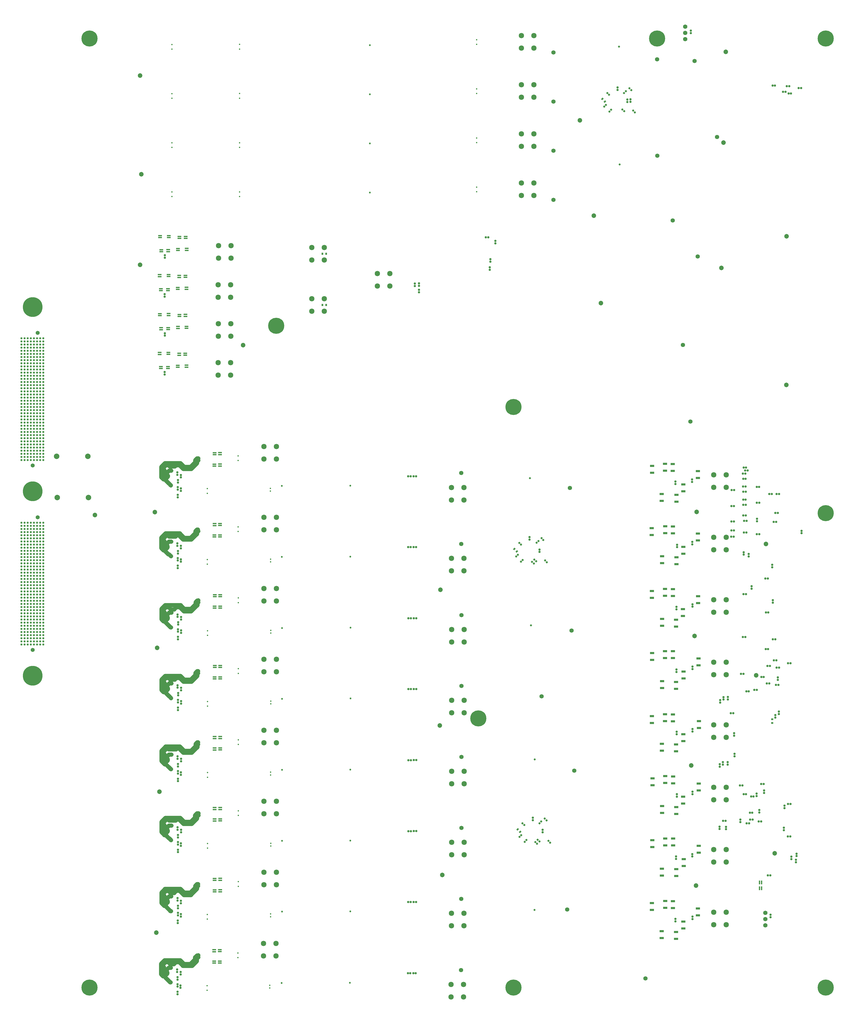
<source format=gbs>
G04*
G04 #@! TF.GenerationSoftware,Altium Limited,Altium Designer,22.9.1 (49)*
G04*
G04 Layer_Color=16711935*
%FSLAX24Y24*%
%MOIN*%
G70*
G04*
G04 #@! TF.SameCoordinates,1003F32D-41C8-4A49-8BB1-F60438683A21*
G04*
G04*
G04 #@! TF.FilePolarity,Negative*
G04*
G01*
G75*
%ADD118R,0.0630X0.0197*%
%ADD150C,0.0660*%
%ADD175R,0.0650X0.0370*%
G04:AMPARAMS|DCode=177|XSize=32.5mil|YSize=32.5mil|CornerRadius=10.1mil|HoleSize=0mil|Usage=FLASHONLY|Rotation=180.000|XOffset=0mil|YOffset=0mil|HoleType=Round|Shape=RoundedRectangle|*
%AMROUNDEDRECTD177*
21,1,0.0325,0.0123,0,0,180.0*
21,1,0.0123,0.0325,0,0,180.0*
1,1,0.0203,-0.0061,0.0061*
1,1,0.0203,0.0061,0.0061*
1,1,0.0203,0.0061,-0.0061*
1,1,0.0203,-0.0061,-0.0061*
%
%ADD177ROUNDEDRECTD177*%
G04:AMPARAMS|DCode=203|XSize=32.5mil|YSize=32.5mil|CornerRadius=10.1mil|HoleSize=0mil|Usage=FLASHONLY|Rotation=270.000|XOffset=0mil|YOffset=0mil|HoleType=Round|Shape=RoundedRectangle|*
%AMROUNDEDRECTD203*
21,1,0.0325,0.0123,0,0,270.0*
21,1,0.0123,0.0325,0,0,270.0*
1,1,0.0203,-0.0061,-0.0061*
1,1,0.0203,-0.0061,0.0061*
1,1,0.0203,0.0061,0.0061*
1,1,0.0203,0.0061,-0.0061*
%
%ADD203ROUNDEDRECTD203*%
%ADD204R,0.0370X0.0260*%
%ADD205R,0.0260X0.0370*%
G04:AMPARAMS|DCode=207|XSize=32.5mil|YSize=32.5mil|CornerRadius=10.1mil|HoleSize=0mil|Usage=FLASHONLY|Rotation=45.000|XOffset=0mil|YOffset=0mil|HoleType=Round|Shape=RoundedRectangle|*
%AMROUNDEDRECTD207*
21,1,0.0325,0.0123,0,0,45.0*
21,1,0.0123,0.0325,0,0,45.0*
1,1,0.0203,0.0087,0.0000*
1,1,0.0203,0.0000,-0.0087*
1,1,0.0203,-0.0087,0.0000*
1,1,0.0203,0.0000,0.0087*
%
%ADD207ROUNDEDRECTD207*%
G04:AMPARAMS|DCode=208|XSize=32.5mil|YSize=32.5mil|CornerRadius=10.1mil|HoleSize=0mil|Usage=FLASHONLY|Rotation=135.000|XOffset=0mil|YOffset=0mil|HoleType=Round|Shape=RoundedRectangle|*
%AMROUNDEDRECTD208*
21,1,0.0325,0.0123,0,0,135.0*
21,1,0.0123,0.0325,0,0,135.0*
1,1,0.0203,0.0000,0.0087*
1,1,0.0203,0.0087,0.0000*
1,1,0.0203,0.0000,-0.0087*
1,1,0.0203,-0.0087,0.0000*
%
%ADD208ROUNDEDRECTD208*%
%ADD232C,0.0730*%
%ADD233C,0.0850*%
%ADD236C,0.0680*%
%ADD238C,0.0700*%
%ADD239C,0.0651*%
%ADD240C,0.3150*%
%ADD241C,0.0880*%
%ADD242C,0.2580*%
%ADD243C,0.0300*%
%ADD244C,0.0330*%
%ADD264C,0.0220*%
%ADD280R,0.0197X0.0630*%
%ADD283C,0.0332*%
G04:AMPARAMS|DCode=284|XSize=26mil|YSize=37mil|CornerRadius=0mil|HoleSize=0mil|Usage=FLASHONLY|Rotation=135.000|XOffset=0mil|YOffset=0mil|HoleType=Round|Shape=Rectangle|*
%AMROTATEDRECTD284*
4,1,4,0.0223,0.0039,-0.0039,-0.0223,-0.0223,-0.0039,0.0039,0.0223,0.0223,0.0039,0.0*
%
%ADD284ROTATEDRECTD284*%

%ADD285C,0.0650*%
D118*
X24970Y10118D02*
D03*
Y9803D02*
D03*
X24970Y7976D02*
D03*
Y8291D02*
D03*
X24070Y7966D02*
D03*
Y8281D02*
D03*
X24090Y10108D02*
D03*
Y9793D02*
D03*
X15349Y105745D02*
D03*
Y105430D02*
D03*
X15547Y103178D02*
D03*
Y103493D02*
D03*
X19451Y105623D02*
D03*
Y105308D02*
D03*
X19633Y103392D02*
D03*
Y103707D02*
D03*
X16751Y105759D02*
D03*
Y105444D02*
D03*
X16673Y103181D02*
D03*
Y103496D02*
D03*
X25029Y21532D02*
D03*
Y21217D02*
D03*
X25029Y19389D02*
D03*
Y19704D02*
D03*
X24129Y19379D02*
D03*
Y19694D02*
D03*
X24149Y21522D02*
D03*
Y21207D02*
D03*
X25039Y32877D02*
D03*
Y32562D02*
D03*
X25039Y30734D02*
D03*
Y31049D02*
D03*
X24139Y30724D02*
D03*
Y31039D02*
D03*
X24159Y32867D02*
D03*
Y32552D02*
D03*
X25039Y44242D02*
D03*
Y43927D02*
D03*
X25039Y42099D02*
D03*
Y42414D02*
D03*
X24139Y42089D02*
D03*
Y42404D02*
D03*
X24159Y44232D02*
D03*
Y43917D02*
D03*
X25049Y55625D02*
D03*
Y55310D02*
D03*
X25049Y53482D02*
D03*
Y53797D02*
D03*
X24149Y53472D02*
D03*
Y53787D02*
D03*
X24169Y55615D02*
D03*
Y55300D02*
D03*
X25049Y66957D02*
D03*
Y66642D02*
D03*
X25049Y64814D02*
D03*
Y65129D02*
D03*
X24149Y64804D02*
D03*
Y65119D02*
D03*
X24169Y66947D02*
D03*
Y66632D02*
D03*
X25019Y78352D02*
D03*
Y78037D02*
D03*
X25019Y76209D02*
D03*
Y76524D02*
D03*
X24119Y76199D02*
D03*
Y76514D02*
D03*
X24139Y78342D02*
D03*
Y78027D02*
D03*
X25019Y89702D02*
D03*
Y89387D02*
D03*
X25019Y87559D02*
D03*
Y87874D02*
D03*
X24119Y87549D02*
D03*
Y87864D02*
D03*
X24139Y89692D02*
D03*
Y89377D02*
D03*
X15377Y111648D02*
D03*
Y111963D02*
D03*
X15576Y109711D02*
D03*
Y109396D02*
D03*
X18269Y109911D02*
D03*
Y109596D02*
D03*
X18508Y111516D02*
D03*
Y111831D02*
D03*
X19479Y111841D02*
D03*
Y111526D02*
D03*
X19661Y109610D02*
D03*
Y109925D02*
D03*
X16779Y111663D02*
D03*
Y111978D02*
D03*
X16701Y109714D02*
D03*
Y109399D02*
D03*
X15360Y117891D02*
D03*
Y118205D02*
D03*
X15558Y115954D02*
D03*
Y115639D02*
D03*
X18251Y115839D02*
D03*
Y116154D02*
D03*
X18491Y118074D02*
D03*
Y117759D02*
D03*
X19462Y118084D02*
D03*
Y117769D02*
D03*
X19644Y115852D02*
D03*
Y116167D02*
D03*
X16762Y118220D02*
D03*
Y117905D02*
D03*
X16684Y115642D02*
D03*
Y115956D02*
D03*
X15397Y124449D02*
D03*
Y124134D02*
D03*
X15596Y121882D02*
D03*
Y122197D02*
D03*
X18289Y122082D02*
D03*
Y122397D02*
D03*
X18528Y124317D02*
D03*
Y124002D02*
D03*
X19499Y124327D02*
D03*
Y124012D02*
D03*
X19681Y122096D02*
D03*
Y122411D02*
D03*
X16799Y124148D02*
D03*
Y124463D02*
D03*
X16721Y122200D02*
D03*
Y121885D02*
D03*
X18240Y103378D02*
D03*
Y103693D02*
D03*
X18480Y105613D02*
D03*
Y105298D02*
D03*
D150*
X17086Y16298D02*
X17162D01*
X17166Y16294D01*
X16400Y16984D02*
X17086Y16298D01*
X17172Y39008D02*
X17176Y39004D01*
X16994Y39167D02*
X17153Y39008D01*
X17172D01*
X16051Y6881D02*
Y7299D01*
X15890Y7460D02*
X16051Y7299D01*
X15890Y6720D02*
X16051Y6881D01*
X16154Y5840D02*
X16248Y5746D01*
Y5689D02*
Y5746D01*
Y5689D02*
X17053Y4885D01*
X15911Y5840D02*
X16154D01*
X18537Y19533D02*
X19232Y18838D01*
X17671Y19186D02*
X18018Y19533D01*
X18537D01*
X18681Y19842D02*
X19275Y19248D01*
X15629Y19254D02*
X16217Y19842D01*
X18681D01*
X17920Y30770D02*
X18110Y30960D01*
X16887Y30770D02*
X17920D01*
X16702Y30955D02*
X16887Y30770D01*
X16448Y30955D02*
X16702D01*
X15959Y30466D02*
X16448Y30955D01*
X15959Y30218D02*
Y30466D01*
X15639Y28940D02*
Y30598D01*
X18110Y30960D02*
X18465D01*
X16268Y31228D02*
X18650D01*
X15639Y30598D02*
X16268Y31228D01*
X18465Y30960D02*
X19171Y30255D01*
X18650Y31228D02*
X19303Y30575D01*
X16653Y42369D02*
X16828Y42194D01*
X17979D02*
X18163Y42378D01*
X16828Y42194D02*
X17979D01*
X16497Y42369D02*
X16653D01*
X15959Y41831D02*
X16497Y42369D01*
X18163Y42378D02*
X18412D01*
X15639Y41964D02*
X16327Y42652D01*
X15959Y41584D02*
Y41831D01*
X15639Y40305D02*
Y41964D01*
X16327Y42652D02*
X18591D01*
X18412Y42378D02*
X19153Y41638D01*
X18591Y42652D02*
X19286Y41958D01*
X19153Y41638D02*
X20490D01*
X19286Y41958D02*
X20357D01*
X16474Y51598D02*
X16694Y51818D01*
X16191Y51598D02*
X16474D01*
X16694Y51818D02*
Y51950D01*
X16529Y52116D02*
X16694Y51950D01*
X15649Y51688D02*
X15994Y51342D01*
X16529Y52388D02*
X16877Y52737D01*
X16196Y51338D02*
X16867Y50667D01*
X15969Y51821D02*
X16191Y51598D01*
X16529Y52116D02*
Y52388D01*
X16877Y52737D02*
X17239D01*
X16083Y51338D02*
X16196D01*
X16079Y51342D02*
X16083Y51338D01*
X15994Y51342D02*
X16079D01*
X15649Y53347D02*
X16257Y53955D01*
X18681D02*
X19306Y53330D01*
X16257Y53955D02*
X18681D01*
X16241Y65271D02*
X18697D01*
X15649Y64678D02*
X16241Y65271D01*
X18697D02*
X19306Y64662D01*
X16873Y76239D02*
X17894D01*
X18157Y76502D01*
X16700Y76412D02*
X16873Y76239D01*
X18378Y76502D02*
X19101Y75780D01*
X18157Y76502D02*
X18378D01*
X19290Y76043D02*
X20319D01*
X18563Y76770D02*
X19290Y76043D01*
X16409Y76412D02*
X16700D01*
X15619Y76074D02*
X16315Y76770D01*
X18563D01*
X19101Y75780D02*
X20427D01*
X15939Y75941D02*
X16409Y76412D01*
X16854Y73394D02*
X16892D01*
X16109Y74053D02*
X16755Y73407D01*
X16841D01*
X16854Y73394D01*
X15980Y74053D02*
X16109D01*
X18577Y64938D02*
X19249Y64267D01*
X20381D02*
X21402Y65288D01*
X19249Y64267D02*
X20381D01*
X17678Y64598D02*
X18019Y64938D01*
X17149Y64598D02*
X17678D01*
X16809Y64938D02*
X17149Y64598D01*
X16149Y62678D02*
X17104Y61723D01*
X15990Y62678D02*
X16149D01*
X16809Y53607D02*
X17050Y53365D01*
X17777D02*
X18019Y53607D01*
X17050Y53365D02*
X17777D01*
X16162Y39781D02*
X16360D01*
X16831Y39310D01*
X15639Y40305D02*
X16162Y39781D01*
X19171Y30255D02*
X20466D01*
X21339Y31127D01*
X20334Y30575D02*
X21019Y31260D01*
X19303Y30575D02*
X20334D01*
X16125Y28454D02*
X16385D01*
X16479Y28297D02*
Y28360D01*
X16385Y28454D02*
X16479Y28360D01*
X15639Y28940D02*
X16125Y28454D01*
X15949Y17727D02*
X16159Y17517D01*
X16453D01*
X16629Y17693D01*
X20332Y18838D02*
X21360Y19866D01*
X19232Y18838D02*
X20332D01*
X17116Y19186D02*
X17671D01*
X16789Y19514D02*
X17116Y19186D01*
X16110Y17114D02*
X16306D01*
X15629Y17595D02*
X16110Y17114D01*
X16400Y16984D02*
Y17020D01*
X16306Y17114D02*
X16400Y17020D01*
X20290Y19248D02*
X21040Y19999D01*
X19275Y19248D02*
X20290D01*
X19083Y7516D02*
X20545D01*
X21323Y8294D01*
Y8759D01*
X16730Y8100D02*
X17057Y7773D01*
X17613D01*
X17940Y8100D01*
X21541Y77110D02*
X21545Y77114D01*
X21338Y77006D02*
X21442Y77110D01*
X21541D01*
X21338Y76691D02*
Y77006D01*
X20427Y75780D02*
X21338Y76691D01*
X16829Y75464D02*
X17209D01*
X15939Y75694D02*
X16139Y75494D01*
X15939Y75694D02*
Y75941D01*
X16499Y74832D02*
Y75133D01*
Y74832D02*
X16627Y74704D01*
X16499Y75133D02*
X16829Y75464D01*
X16627Y74521D02*
Y74704D01*
X16459Y74353D02*
X16627Y74521D01*
X16139Y75154D02*
Y75494D01*
X15939Y74547D02*
Y74954D01*
X16139Y75154D01*
X16133Y74353D02*
X16459D01*
X15939Y74547D02*
X16133Y74353D01*
X21337Y77376D02*
X21482D01*
X21076Y77115D02*
X21337Y77376D01*
X21076Y76800D02*
Y77115D01*
X20319Y76043D02*
X21076Y76800D01*
X15619Y74415D02*
Y76074D01*
Y74415D02*
X15980Y74053D01*
X16892Y73394D02*
X17177Y73109D01*
X21535Y65719D02*
X21545Y65729D01*
X21402Y65622D02*
X21499Y65719D01*
X21535D01*
X21402Y65288D02*
Y65622D01*
X18019Y64938D02*
X18577D01*
X16876Y64068D02*
X17239D01*
X16361Y64938D02*
X16809D01*
X15969Y64546D02*
X16361Y64938D01*
X15969Y64298D02*
X16169Y64098D01*
X15969Y64298D02*
Y64546D01*
X16529Y63437D02*
Y63721D01*
Y63437D02*
X16648Y63318D01*
X16529Y63721D02*
X16876Y64068D01*
X16648Y63117D02*
Y63318D01*
X16494Y62963D02*
X16648Y63117D01*
X16169Y63758D02*
Y64098D01*
X15969Y63152D02*
Y63558D01*
X16169Y63758D01*
X16158Y62963D02*
X16494D01*
X15969Y63152D02*
X16158Y62963D01*
X21539Y66049D02*
X21545D01*
X21516Y66025D02*
X21539Y66049D01*
X21387Y66025D02*
X21516D01*
X21106Y65411D02*
Y65745D01*
X21387Y66025D01*
X20362Y64667D02*
X21106Y65411D01*
X19356Y64667D02*
X20362D01*
X19352Y64662D02*
X19356Y64667D01*
X19306Y64662D02*
X19352D01*
X15649Y63020D02*
Y64678D01*
Y63020D02*
X15990Y62678D01*
X17182Y61723D02*
X17186Y61719D01*
X17104Y61723D02*
X17182D01*
X21365Y54707D02*
X21509D01*
X21068Y54410D02*
X21365Y54707D01*
X21068Y54089D02*
Y54410D01*
X20319Y53340D02*
X21068Y54089D01*
X20071Y53340D02*
X20319D01*
X20066Y53335D02*
X20071Y53340D01*
X19827Y53335D02*
X20066D01*
X19824Y53332D02*
X19827Y53335D01*
X19359Y53332D02*
X19824D01*
X19357Y53330D02*
X19359Y53332D01*
X19306Y53330D02*
X19357D01*
X15649Y51688D02*
Y53347D01*
X16867Y50667D02*
X16907D01*
X17186Y50388D01*
X21499Y54377D02*
X21509Y54387D01*
X21388Y54277D02*
X21488Y54377D01*
X21499D01*
X21388Y53956D02*
Y54277D01*
X19964Y53020D02*
X20452D01*
X21388Y53956D01*
X19957Y53012D02*
X19964Y53020D01*
X18019Y53607D02*
X18577D01*
X19171Y53012D01*
X19957D01*
X16361Y53607D02*
X16809D01*
X15969Y53214D02*
X16361Y53607D01*
X15969Y52967D02*
X16169Y52767D01*
X15969Y52967D02*
Y53214D01*
X16169Y52427D02*
Y52767D01*
X15969Y51821D02*
Y52227D01*
X16169Y52427D01*
X21377Y43324D02*
X21509D01*
X21096Y42696D02*
Y43043D01*
X21377Y43324D01*
X20357Y41958D02*
X21096Y42696D01*
X16994Y39167D02*
Y39181D01*
X16892Y39284D02*
X16994Y39181D01*
X21509Y42998D02*
Y43004D01*
X21416Y42905D02*
X21509Y42998D01*
X21416Y42563D02*
Y42905D01*
X20490Y41638D02*
X21416Y42563D01*
X16856Y41354D02*
X17229D01*
X16159Y41044D02*
Y41384D01*
X15959Y41584D02*
X16159Y41384D01*
X16519Y40722D02*
Y41016D01*
Y40722D02*
X16640Y40600D01*
X16519Y41016D02*
X16856Y41354D01*
X16640Y40404D02*
Y40600D01*
X16504Y40268D02*
X16640Y40404D01*
X15959Y40437D02*
Y40844D01*
X16159Y41044D01*
X16128Y40268D02*
X16504D01*
X15959Y40437D02*
X16128Y40268D01*
X21341Y31946D02*
X21565D01*
X21019Y31624D02*
X21341Y31946D01*
X21019Y31260D02*
Y31624D01*
X16897Y27918D02*
X17176Y27639D01*
X16479Y28297D02*
X16831Y27945D01*
X21561Y31623D02*
X21565Y31626D01*
X21339Y31492D02*
X21470Y31623D01*
X21561D01*
X21339Y31127D02*
Y31492D01*
X16843Y29988D02*
X17229D01*
X16159Y29678D02*
Y30018D01*
X15959Y30218D02*
X16159Y30018D01*
X16519Y29357D02*
X16653Y29223D01*
X16519Y29664D02*
X16843Y29988D01*
X16653Y29052D02*
Y29223D01*
X16508Y28907D02*
X16653Y29052D01*
X16519Y29357D02*
Y29664D01*
X15959Y29072D02*
Y29478D01*
X16159Y29678D01*
X16124Y28907D02*
X16508D01*
X15959Y29072D02*
X16124Y28907D01*
X21356Y20630D02*
X21517D01*
X21040Y19999D02*
Y20314D01*
X21356Y20630D01*
X15629Y17595D02*
Y19254D01*
X21507Y20300D02*
X21517Y20310D01*
X21360Y20181D02*
X21479Y20300D01*
X21507D01*
X21360Y19866D02*
Y20181D01*
X16867Y18644D02*
X17219D01*
X16341Y19514D02*
X16789D01*
X15949Y18874D02*
Y19121D01*
X16341Y19514D01*
X16149Y18334D02*
Y18674D01*
X15949Y18874D02*
X16149Y18674D01*
X16509Y18012D02*
X16629Y17891D01*
X16509Y18285D02*
X16867Y18644D01*
X16629Y17693D02*
Y17891D01*
X16509Y18012D02*
Y18285D01*
X15949Y17727D02*
Y18134D01*
X16149Y18334D01*
X21525Y9197D02*
X21549Y9222D01*
X21343Y9197D02*
X21525D01*
X21027Y8881D02*
X21343Y9197D01*
X21027Y8566D02*
Y8881D01*
X20273Y7812D02*
X21027Y8566D01*
X19239Y7812D02*
X20273D01*
X18631Y8420D02*
X19239Y7812D01*
X16150Y8420D02*
X18631D01*
X15570Y6181D02*
Y7840D01*
X16150Y8420D01*
X15570Y6181D02*
X15911Y5840D01*
X17104Y4885D02*
X17107Y4881D01*
X17053Y4885D02*
X17104D01*
X21551Y8898D02*
X21555Y8902D01*
X21323Y8759D02*
X21462Y8898D01*
X21551D01*
X18499Y8100D02*
X19083Y7516D01*
X17940Y8100D02*
X18499D01*
X16798Y7230D02*
X17160D01*
X16283Y8100D02*
X16730D01*
X15890Y7707D02*
X16283Y8100D01*
X15890Y7460D02*
Y7707D01*
X16450Y6599D02*
X16572Y6476D01*
Y6281D02*
Y6476D01*
X16450Y6882D02*
X16798Y7230D01*
X16451Y6160D02*
X16572Y6281D01*
X16044Y6160D02*
X16451D01*
X16450Y6599D02*
Y6882D01*
X15890Y6314D02*
X16044Y6160D01*
X15890Y6314D02*
Y6720D01*
D175*
X101556Y85653D02*
D03*
Y86753D02*
D03*
X98056Y12958D02*
D03*
Y11858D02*
D03*
X98046Y52993D02*
D03*
Y51893D02*
D03*
X97546Y17888D02*
D03*
Y16788D02*
D03*
X96296Y17908D02*
D03*
Y16808D02*
D03*
X97536Y57923D02*
D03*
Y56823D02*
D03*
X95759Y11988D02*
D03*
Y13088D02*
D03*
X95803Y52013D02*
D03*
Y53113D02*
D03*
X101546Y16728D02*
D03*
Y15628D02*
D03*
X101656Y56763D02*
D03*
Y55663D02*
D03*
X99196Y14608D02*
D03*
Y13508D02*
D03*
X99256Y54643D02*
D03*
Y53543D02*
D03*
X94176Y16498D02*
D03*
Y17598D02*
D03*
X94206Y56503D02*
D03*
Y57603D02*
D03*
X98086Y23013D02*
D03*
Y21913D02*
D03*
X98040Y62963D02*
D03*
Y61863D02*
D03*
X97590Y27923D02*
D03*
Y26823D02*
D03*
X96296Y27903D02*
D03*
Y26803D02*
D03*
X97560Y67853D02*
D03*
Y66753D02*
D03*
X96290Y67883D02*
D03*
Y66783D02*
D03*
X95763Y21973D02*
D03*
Y23073D02*
D03*
X95807Y61983D02*
D03*
Y63083D02*
D03*
X101686Y26743D02*
D03*
Y25643D02*
D03*
X101570Y66703D02*
D03*
Y65603D02*
D03*
X94256Y26543D02*
D03*
Y27643D02*
D03*
X94170Y66463D02*
D03*
Y67563D02*
D03*
X98096Y72963D02*
D03*
Y71863D02*
D03*
X97573Y37864D02*
D03*
Y36764D02*
D03*
X96313Y37904D02*
D03*
Y36804D02*
D03*
X97546Y77893D02*
D03*
Y76793D02*
D03*
X96316Y77913D02*
D03*
Y76813D02*
D03*
X95800Y32024D02*
D03*
Y33124D02*
D03*
X95823Y72023D02*
D03*
Y73123D02*
D03*
X101693Y36724D02*
D03*
Y35624D02*
D03*
X101546Y76733D02*
D03*
Y75633D02*
D03*
X99183Y34624D02*
D03*
Y33524D02*
D03*
X99216Y74613D02*
D03*
Y73513D02*
D03*
X94263Y36454D02*
D03*
Y37554D02*
D03*
X94156Y76503D02*
D03*
Y77603D02*
D03*
X98096Y81863D02*
D03*
Y82963D02*
D03*
X97546Y46670D02*
D03*
Y47770D02*
D03*
X96276Y46730D02*
D03*
Y47830D02*
D03*
X97526Y86793D02*
D03*
Y87893D02*
D03*
X96276Y86813D02*
D03*
Y87913D02*
D03*
X95763Y43090D02*
D03*
Y41990D02*
D03*
X95743Y83083D02*
D03*
Y81983D02*
D03*
X99226Y43500D02*
D03*
Y44600D02*
D03*
X99216Y83513D02*
D03*
Y84613D02*
D03*
X94186Y47530D02*
D03*
Y46430D02*
D03*
X94206Y87583D02*
D03*
Y86483D02*
D03*
X98046Y41890D02*
D03*
Y42990D02*
D03*
X96266Y57923D02*
D03*
Y56823D02*
D03*
X99286Y24623D02*
D03*
Y23523D02*
D03*
X99160Y64633D02*
D03*
Y63533D02*
D03*
X98093Y32954D02*
D03*
Y31854D02*
D03*
X101716Y45620D02*
D03*
Y46720D02*
D03*
D177*
X18140Y6560D02*
D03*
Y6954D02*
D03*
X18222Y5330D02*
D03*
Y5724D02*
D03*
X18203Y4593D02*
D03*
Y4199D02*
D03*
X18202Y3370D02*
D03*
Y2977D02*
D03*
X98127Y54597D02*
D03*
Y54990D02*
D03*
X100666Y15405D02*
D03*
Y15011D02*
D03*
X100676Y55440D02*
D03*
Y55046D02*
D03*
X107405Y41476D02*
D03*
Y41083D02*
D03*
X115323Y29657D02*
D03*
Y29263D02*
D03*
X98047Y24647D02*
D03*
Y25040D02*
D03*
X98107Y64624D02*
D03*
Y65017D02*
D03*
X107330Y44771D02*
D03*
Y44377D02*
D03*
X115420Y32783D02*
D03*
Y33177D02*
D03*
X100656Y25036D02*
D03*
Y25430D02*
D03*
X100680Y65430D02*
D03*
Y65036D02*
D03*
X114527Y47849D02*
D03*
Y48242D02*
D03*
X113954Y47682D02*
D03*
Y47288D02*
D03*
X98186Y34620D02*
D03*
Y35014D02*
D03*
X98220Y74571D02*
D03*
Y74965D02*
D03*
X100693Y35007D02*
D03*
Y35401D02*
D03*
X100646Y75016D02*
D03*
Y75410D02*
D03*
X105000Y29830D02*
D03*
Y29436D02*
D03*
X106030Y29797D02*
D03*
Y29403D02*
D03*
X97937Y85070D02*
D03*
Y84677D02*
D03*
X105043Y39407D02*
D03*
Y39800D02*
D03*
X106310Y40159D02*
D03*
Y39765D02*
D03*
X105555Y40159D02*
D03*
Y39765D02*
D03*
X100606Y85016D02*
D03*
Y85410D02*
D03*
X106349Y50193D02*
D03*
Y50586D02*
D03*
X105630Y50168D02*
D03*
Y50562D02*
D03*
X105111Y49694D02*
D03*
Y50087D02*
D03*
X88675Y148187D02*
D03*
Y147793D02*
D03*
X90250Y146239D02*
D03*
Y145846D02*
D03*
X68305Y120667D02*
D03*
Y120273D02*
D03*
X68220Y119374D02*
D03*
Y118981D02*
D03*
X109692Y73477D02*
D03*
Y73083D02*
D03*
X108880Y73763D02*
D03*
Y73369D02*
D03*
X18199Y18368D02*
D03*
Y17974D02*
D03*
X18281Y17138D02*
D03*
Y16744D02*
D03*
X18262Y16006D02*
D03*
Y15613D02*
D03*
X18261Y14784D02*
D03*
Y14390D02*
D03*
X18209Y29713D02*
D03*
Y29319D02*
D03*
X18291Y28483D02*
D03*
Y28089D02*
D03*
X18272Y27351D02*
D03*
Y26958D02*
D03*
X18271Y26129D02*
D03*
Y25735D02*
D03*
X18209Y41078D02*
D03*
Y40684D02*
D03*
X18291Y39848D02*
D03*
Y39454D02*
D03*
X18272Y38716D02*
D03*
Y38323D02*
D03*
X18271Y37494D02*
D03*
Y37100D02*
D03*
X18219Y52461D02*
D03*
Y52067D02*
D03*
X18301Y51231D02*
D03*
Y50837D02*
D03*
X18281Y48877D02*
D03*
Y48483D02*
D03*
X18219Y63399D02*
D03*
Y63793D02*
D03*
X18301Y62169D02*
D03*
Y62563D02*
D03*
X18282Y61431D02*
D03*
Y61037D02*
D03*
X18281Y60209D02*
D03*
Y59815D02*
D03*
X18189Y75188D02*
D03*
Y74794D02*
D03*
X18271Y73564D02*
D03*
Y73958D02*
D03*
X18252Y72826D02*
D03*
Y72433D02*
D03*
X18251Y71604D02*
D03*
Y71210D02*
D03*
X18189Y86144D02*
D03*
Y86538D02*
D03*
X18271Y84914D02*
D03*
Y85308D02*
D03*
X18252Y84176D02*
D03*
Y83783D02*
D03*
X18251Y82954D02*
D03*
Y82560D02*
D03*
X18702Y6151D02*
D03*
Y6545D02*
D03*
X18689Y4001D02*
D03*
Y4395D02*
D03*
X16134Y102218D02*
D03*
Y102612D02*
D03*
X111380Y32487D02*
D03*
Y32093D02*
D03*
X108342Y30550D02*
D03*
Y30943D02*
D03*
X112140Y35213D02*
D03*
Y35607D02*
D03*
X110941Y34719D02*
D03*
Y35113D02*
D03*
X113162Y15310D02*
D03*
Y15703D02*
D03*
X100412Y157283D02*
D03*
Y156890D02*
D03*
X18761Y17565D02*
D03*
Y17959D02*
D03*
X18747Y15415D02*
D03*
Y15808D02*
D03*
X18771Y28910D02*
D03*
Y29304D02*
D03*
X18757Y26760D02*
D03*
Y27153D02*
D03*
X18771Y40669D02*
D03*
Y40275D02*
D03*
X18757Y38125D02*
D03*
Y38518D02*
D03*
X18781Y51658D02*
D03*
Y52052D02*
D03*
X18767Y49508D02*
D03*
Y49902D02*
D03*
X18781Y62990D02*
D03*
Y63383D02*
D03*
X18767Y61233D02*
D03*
Y60840D02*
D03*
X18751Y74779D02*
D03*
Y74385D02*
D03*
X18737Y72628D02*
D03*
Y72235D02*
D03*
X18751Y86129D02*
D03*
Y85735D02*
D03*
X18737Y83585D02*
D03*
Y83978D02*
D03*
X16162Y108437D02*
D03*
Y108830D02*
D03*
X98150Y44607D02*
D03*
Y45000D02*
D03*
X90738Y145874D02*
D03*
Y146267D02*
D03*
X97957Y14655D02*
D03*
Y15048D02*
D03*
X100666Y45053D02*
D03*
Y45447D02*
D03*
X69103Y123211D02*
D03*
Y123604D02*
D03*
X18282Y50100D02*
D03*
Y49706D02*
D03*
X16145Y115073D02*
D03*
Y114679D02*
D03*
X16182Y120922D02*
D03*
Y121316D02*
D03*
X110150Y68307D02*
D03*
Y67913D02*
D03*
X113530Y65696D02*
D03*
Y66089D02*
D03*
X113441Y71356D02*
D03*
Y71749D02*
D03*
X75110Y30861D02*
D03*
Y31254D02*
D03*
X56200Y116383D02*
D03*
Y116777D02*
D03*
X76681Y28918D02*
D03*
Y29312D02*
D03*
X74562Y76180D02*
D03*
Y75786D02*
D03*
X76165Y74197D02*
D03*
Y73803D02*
D03*
X118150Y76803D02*
D03*
Y77197D02*
D03*
X117330Y25497D02*
D03*
Y25103D02*
D03*
X56872Y116805D02*
D03*
Y116411D02*
D03*
Y115781D02*
D03*
Y115387D02*
D03*
X117258Y24525D02*
D03*
Y24131D02*
D03*
X116528Y25001D02*
D03*
Y24607D02*
D03*
X114342Y53719D02*
D03*
Y53325D02*
D03*
X111025Y79110D02*
D03*
Y78716D02*
D03*
D203*
X109729Y30353D02*
D03*
X109336D02*
D03*
X115937Y28260D02*
D03*
X116331D02*
D03*
X115973Y33456D02*
D03*
X116367D02*
D03*
X107197Y47990D02*
D03*
X106803D02*
D03*
X110064Y34650D02*
D03*
X110458D02*
D03*
X105987Y30746D02*
D03*
X105593D02*
D03*
X67584Y124175D02*
D03*
X67978D02*
D03*
X112984Y52754D02*
D03*
X112590D02*
D03*
X110583Y51720D02*
D03*
X110977D02*
D03*
X113070Y55534D02*
D03*
X112677D02*
D03*
X112397Y58264D02*
D03*
X112790D02*
D03*
X112750Y22008D02*
D03*
X113144D02*
D03*
X108856Y67046D02*
D03*
X109249D02*
D03*
X108760Y60175D02*
D03*
X109154D02*
D03*
X112343Y69550D02*
D03*
X112737D02*
D03*
X113681Y78627D02*
D03*
X114074D02*
D03*
X110993Y76665D02*
D03*
X111387D02*
D03*
X108821Y79645D02*
D03*
X109214D02*
D03*
X108797Y82182D02*
D03*
X109190D02*
D03*
X114136Y83072D02*
D03*
X114530D02*
D03*
X112974Y83095D02*
D03*
X113368D02*
D03*
X109170Y84280D02*
D03*
X108777D02*
D03*
X108747Y86336D02*
D03*
X109140D02*
D03*
X115566Y147470D02*
D03*
X115172D02*
D03*
X55160Y17753D02*
D03*
X55553D02*
D03*
X55170Y29098D02*
D03*
X55563D02*
D03*
X55170Y40463D02*
D03*
X55563D02*
D03*
X55573Y51847D02*
D03*
X55180D02*
D03*
Y63178D02*
D03*
X55573D02*
D03*
X55543Y74573D02*
D03*
X55150D02*
D03*
X55543Y85923D02*
D03*
X55150D02*
D03*
X56360Y6342D02*
D03*
X55966D02*
D03*
X111678Y30638D02*
D03*
X111285D02*
D03*
X110310Y30943D02*
D03*
X109917D02*
D03*
X110261Y32046D02*
D03*
X109868D02*
D03*
X112066Y36664D02*
D03*
X111672D02*
D03*
X109257Y35016D02*
D03*
X108864D02*
D03*
X108273Y36400D02*
D03*
X108667D02*
D03*
X114447Y52500D02*
D03*
X114053D02*
D03*
X114544Y55276D02*
D03*
X114151D02*
D03*
X109310Y76922D02*
D03*
X108917D02*
D03*
X109337Y78792D02*
D03*
X108944D02*
D03*
X108817Y81352D02*
D03*
X109210D02*
D03*
X108827Y83452D02*
D03*
X109220D02*
D03*
X109190Y85526D02*
D03*
X108797D02*
D03*
X116457Y147210D02*
D03*
X116063D02*
D03*
X116170Y148392D02*
D03*
X115777D02*
D03*
X56419Y17756D02*
D03*
X56025D02*
D03*
X56429Y29101D02*
D03*
X56035D02*
D03*
X56429Y40466D02*
D03*
X56035D02*
D03*
X56045Y51849D02*
D03*
X56439D02*
D03*
Y63181D02*
D03*
X56045D02*
D03*
X56015Y74576D02*
D03*
X56409D02*
D03*
Y85926D02*
D03*
X56015D02*
D03*
X55495Y6340D02*
D03*
X55101D02*
D03*
X109690Y51490D02*
D03*
X109297D02*
D03*
X108832Y54290D02*
D03*
X108438D02*
D03*
X112433Y64110D02*
D03*
X112827D02*
D03*
X113946Y80052D02*
D03*
X114340D02*
D03*
X113543Y59800D02*
D03*
X113937D02*
D03*
X113893Y148489D02*
D03*
X113500D02*
D03*
X117682Y148067D02*
D03*
X118076D02*
D03*
X112093Y53778D02*
D03*
X111699D02*
D03*
X113713Y56460D02*
D03*
X114107D02*
D03*
X115981Y55998D02*
D03*
X116374D02*
D03*
X107297Y77239D02*
D03*
X106904D02*
D03*
X107283Y76236D02*
D03*
X106889D02*
D03*
X107317Y78689D02*
D03*
X106923D02*
D03*
X107317Y81156D02*
D03*
X106923D02*
D03*
X110993Y81677D02*
D03*
X111387D02*
D03*
X110964Y84202D02*
D03*
X111358D02*
D03*
X107348Y83722D02*
D03*
X106954D02*
D03*
X108867Y87310D02*
D03*
X109260D02*
D03*
X109510Y86837D02*
D03*
X109117D02*
D03*
D204*
X113443Y46420D02*
D03*
Y47010D02*
D03*
D205*
X42001Y121550D02*
D03*
X41411D02*
D03*
X42001Y113350D02*
D03*
X41411D02*
D03*
D207*
X89735Y144376D02*
D03*
X89457Y144654D02*
D03*
X87308Y147002D02*
D03*
X87030Y147280D02*
D03*
X91452Y144189D02*
D03*
X91174Y144467D02*
D03*
X90587Y148036D02*
D03*
X90865Y147758D02*
D03*
X77609Y27532D02*
D03*
X77888Y27254D02*
D03*
X77300Y30830D02*
D03*
X77022Y31108D02*
D03*
X77072Y72439D02*
D03*
X77350Y72160D02*
D03*
X76777Y75728D02*
D03*
X76498Y76006D02*
D03*
X76164Y27437D02*
D03*
X75886Y27715D02*
D03*
X75506Y27360D02*
D03*
X75784Y27082D02*
D03*
X73740Y30067D02*
D03*
X73461Y30345D02*
D03*
X75353Y72578D02*
D03*
X75632Y72299D02*
D03*
X75268Y71952D02*
D03*
X74989Y72230D02*
D03*
X73212Y74966D02*
D03*
X72933Y75244D02*
D03*
D208*
X86823Y145387D02*
D03*
X86544Y145109D02*
D03*
X87649Y144606D02*
D03*
X87370Y144328D02*
D03*
X89728Y147291D02*
D03*
X90007Y147569D02*
D03*
X73255Y28452D02*
D03*
X72976Y28174D02*
D03*
X76444Y30636D02*
D03*
X76165Y30358D02*
D03*
X73810Y27393D02*
D03*
X74089Y27672D02*
D03*
X72437Y73077D02*
D03*
X72715Y73356D02*
D03*
X75718Y75272D02*
D03*
X75996Y75550D02*
D03*
X73481Y72516D02*
D03*
X73203Y72237D02*
D03*
D232*
X115738Y124354D02*
D03*
X105300Y119271D02*
D03*
X105656Y139359D02*
D03*
X106012Y153875D02*
D03*
X60308Y67737D02*
D03*
X14943Y58448D02*
D03*
X15303Y35408D02*
D03*
X60619Y22068D02*
D03*
X4963Y79708D02*
D03*
X101338Y80227D02*
D03*
X86012Y113662D02*
D03*
X14563Y80188D02*
D03*
X12213Y119788D02*
D03*
X28713Y106928D02*
D03*
X14813Y12838D02*
D03*
X60202Y46000D02*
D03*
X12213Y150098D02*
D03*
X82650Y142924D02*
D03*
X12423Y134278D02*
D03*
X84889Y127641D02*
D03*
X115728Y100564D02*
D03*
X112458Y75074D02*
D03*
X110888Y54040D02*
D03*
X113858Y25534D02*
D03*
X101028Y60334D02*
D03*
X100468Y39604D02*
D03*
X101238Y20374D02*
D03*
D233*
X39706Y120550D02*
D03*
X41706Y122550D02*
D03*
Y120550D02*
D03*
X39706Y122550D02*
D03*
X31981Y11113D02*
D03*
X33981Y9113D02*
D03*
Y11113D02*
D03*
X31981Y9113D02*
D03*
X62028Y2544D02*
D03*
X64028Y4544D02*
D03*
X62028D02*
D03*
X64028Y2544D02*
D03*
X75276Y130867D02*
D03*
X73276Y132867D02*
D03*
X75276D02*
D03*
X73276Y130867D02*
D03*
X75276Y138737D02*
D03*
X73276Y140737D02*
D03*
X75276D02*
D03*
X73276Y138737D02*
D03*
X75272Y146610D02*
D03*
X73272Y148610D02*
D03*
X75272D02*
D03*
X73272Y146610D02*
D03*
X75272Y154485D02*
D03*
X73272Y156485D02*
D03*
X75272D02*
D03*
X73272Y154485D02*
D03*
X26717Y102128D02*
D03*
X24717Y104128D02*
D03*
Y102128D02*
D03*
X26717Y104128D02*
D03*
X106090Y14128D02*
D03*
X104090Y16128D02*
D03*
X106090D02*
D03*
X104090Y14128D02*
D03*
Y54163D02*
D03*
X106090Y56163D02*
D03*
X104090D02*
D03*
X106090Y54163D02*
D03*
X104090Y24143D02*
D03*
X106090Y26143D02*
D03*
X104090D02*
D03*
X106090Y24143D02*
D03*
X104090Y64133D02*
D03*
X106090Y66133D02*
D03*
X104090D02*
D03*
X106090Y64133D02*
D03*
X104090Y34124D02*
D03*
X106090Y36124D02*
D03*
X104090D02*
D03*
X106090Y34124D02*
D03*
X104090Y74133D02*
D03*
X106090Y76133D02*
D03*
X104090D02*
D03*
X106090Y74133D02*
D03*
Y44120D02*
D03*
X104090Y46120D02*
D03*
X106090D02*
D03*
X104090Y44120D02*
D03*
Y84133D02*
D03*
X106090Y86133D02*
D03*
X104090D02*
D03*
X106090Y84133D02*
D03*
X50200Y118377D02*
D03*
X52200Y116377D02*
D03*
Y118377D02*
D03*
X50200Y116377D02*
D03*
X32039Y20527D02*
D03*
X34039Y22527D02*
D03*
Y20527D02*
D03*
X32039Y22527D02*
D03*
X64086Y13957D02*
D03*
X62086Y15957D02*
D03*
X64086D02*
D03*
X62086Y13957D02*
D03*
X32049Y33872D02*
D03*
X34049Y31872D02*
D03*
Y33872D02*
D03*
X32049Y31872D02*
D03*
X64096Y25302D02*
D03*
X62096Y27302D02*
D03*
X64096D02*
D03*
X62096Y25302D02*
D03*
X32049Y45237D02*
D03*
X34049Y43237D02*
D03*
Y45237D02*
D03*
X32049Y43237D02*
D03*
X62096Y36667D02*
D03*
X64096Y38667D02*
D03*
X62096D02*
D03*
X64096Y36667D02*
D03*
X32059Y54620D02*
D03*
X34059Y56620D02*
D03*
Y54620D02*
D03*
X32059Y56620D02*
D03*
X64106Y48051D02*
D03*
X62106Y50051D02*
D03*
X64106D02*
D03*
X62106Y48051D02*
D03*
X32059Y67951D02*
D03*
X34059Y65951D02*
D03*
Y67951D02*
D03*
X32059Y65951D02*
D03*
X62106Y59382D02*
D03*
X64106Y61382D02*
D03*
X62106D02*
D03*
X64106Y59382D02*
D03*
X32029Y77347D02*
D03*
X34029Y79347D02*
D03*
Y77347D02*
D03*
X32029Y79347D02*
D03*
X64076Y70777D02*
D03*
X62076Y72777D02*
D03*
X64076D02*
D03*
X62076Y70777D02*
D03*
X32029Y90697D02*
D03*
X34029Y88697D02*
D03*
Y90697D02*
D03*
X32029Y88697D02*
D03*
X62076Y82127D02*
D03*
X64076Y84127D02*
D03*
X62076D02*
D03*
X64076Y82127D02*
D03*
X26745Y110346D02*
D03*
X24745Y108346D02*
D03*
Y110346D02*
D03*
X26745Y108346D02*
D03*
X26728Y116589D02*
D03*
X24728Y114589D02*
D03*
Y116589D02*
D03*
X26728Y114589D02*
D03*
X26765Y122832D02*
D03*
X24765Y120832D02*
D03*
Y122832D02*
D03*
X26765Y120832D02*
D03*
X39706Y112350D02*
D03*
X41706Y114350D02*
D03*
Y112350D02*
D03*
X39706Y114350D02*
D03*
D236*
X95004Y152695D02*
D03*
X63597Y6848D02*
D03*
X78414Y130172D02*
D03*
Y138042D02*
D03*
X78410Y145914D02*
D03*
X78410Y153789D02*
D03*
X80619Y16543D02*
D03*
X76500Y50687D02*
D03*
X93129Y5515D02*
D03*
X101506Y121103D02*
D03*
X100355Y94674D02*
D03*
X97516Y126875D02*
D03*
X104596Y140259D02*
D03*
X99140Y106962D02*
D03*
X101012Y152415D02*
D03*
X63656Y18262D02*
D03*
X63666Y29607D02*
D03*
Y40972D02*
D03*
X63676Y52355D02*
D03*
Y63687D02*
D03*
X63646Y75082D02*
D03*
Y86432D02*
D03*
X81754Y38774D02*
D03*
X81304Y61217D02*
D03*
X81054Y84044D02*
D03*
X95037Y137260D02*
D03*
D238*
X112342Y14016D02*
D03*
Y15016D02*
D03*
Y16016D02*
D03*
X99512Y155918D02*
D03*
Y156918D02*
D03*
Y157918D02*
D03*
D239*
X-4201Y79340D02*
D03*
X-5000Y58120D02*
D03*
X-4201Y108868D02*
D03*
X-5000Y87648D02*
D03*
D240*
Y113025D02*
D03*
Y53968D02*
D03*
Y83500D02*
D03*
D241*
X-1148Y89106D02*
D03*
X3852D02*
D03*
X-1042Y82528D02*
D03*
X3958D02*
D03*
D242*
X66395Y47140D02*
D03*
X72000Y97000D02*
D03*
X122000Y80000D02*
D03*
Y156000D02*
D03*
X4096Y4050D02*
D03*
X72000D02*
D03*
X34000Y110000D02*
D03*
X95000Y156000D02*
D03*
X4100D02*
D03*
X122000Y4050D02*
D03*
D243*
X45869Y84413D02*
D03*
X34871Y4788D02*
D03*
X45820Y4829D02*
D03*
X49028Y131343D02*
D03*
Y139213D02*
D03*
X49024Y147085D02*
D03*
X49024Y154960D02*
D03*
X34930Y16202D02*
D03*
X45879Y16243D02*
D03*
X34940Y27547D02*
D03*
X45889Y27588D02*
D03*
X34940Y38912D02*
D03*
X45889Y38953D02*
D03*
X34950Y50295D02*
D03*
X45899Y50336D02*
D03*
X34950Y61627D02*
D03*
X45899Y61668D02*
D03*
X34920Y73022D02*
D03*
X45869Y73063D02*
D03*
X34920Y84372D02*
D03*
D244*
X88920Y154729D02*
D03*
X89006Y135857D02*
D03*
X74814Y62060D02*
D03*
X74649Y85604D02*
D03*
X75410Y40590D02*
D03*
X75394Y16471D02*
D03*
D264*
X22980Y83935D02*
D03*
Y83191D02*
D03*
X33093Y83998D02*
D03*
Y83558D02*
D03*
X27874Y8851D02*
D03*
Y9595D02*
D03*
X22931Y4351D02*
D03*
Y3607D02*
D03*
X66112Y132212D02*
D03*
Y131467D02*
D03*
X28152Y130712D02*
D03*
Y131456D02*
D03*
X17302Y131446D02*
D03*
Y130701D02*
D03*
X66112Y139337D02*
D03*
Y140082D02*
D03*
X28152Y139326D02*
D03*
Y138582D02*
D03*
X17302Y138571D02*
D03*
Y139316D02*
D03*
X66108Y147954D02*
D03*
Y147210D02*
D03*
X28148Y146455D02*
D03*
Y147199D02*
D03*
X17298Y147188D02*
D03*
Y146444D02*
D03*
X66108Y155085D02*
D03*
Y155829D02*
D03*
X28148Y155074D02*
D03*
Y154329D02*
D03*
X17298Y154319D02*
D03*
Y155063D02*
D03*
X27933Y20264D02*
D03*
Y21008D02*
D03*
X22990Y15765D02*
D03*
Y15021D02*
D03*
X27943Y31609D02*
D03*
Y32353D02*
D03*
X23000Y27110D02*
D03*
Y26366D02*
D03*
X27943Y42974D02*
D03*
Y43718D02*
D03*
X23000Y38475D02*
D03*
Y37731D02*
D03*
X27953Y54357D02*
D03*
Y55101D02*
D03*
X23010Y49858D02*
D03*
Y49114D02*
D03*
X27953Y65689D02*
D03*
Y66433D02*
D03*
X23010Y61190D02*
D03*
Y60446D02*
D03*
X27923Y77084D02*
D03*
Y77828D02*
D03*
X22980Y72585D02*
D03*
Y71841D02*
D03*
X27923Y88434D02*
D03*
Y89178D02*
D03*
X32990Y3974D02*
D03*
Y4414D02*
D03*
X33113Y15836D02*
D03*
Y15396D02*
D03*
X33143Y26710D02*
D03*
Y27150D02*
D03*
X33113Y38533D02*
D03*
Y38093D02*
D03*
X33147Y49480D02*
D03*
Y49920D02*
D03*
X33135Y61257D02*
D03*
Y60817D02*
D03*
X33109Y72212D02*
D03*
Y72652D02*
D03*
D280*
X111730Y20894D02*
D03*
X111415D02*
D03*
X111421Y19956D02*
D03*
X111736D02*
D03*
D283*
X-3299Y78480D02*
D03*
X-3799D02*
D03*
X-4299D02*
D03*
X-4799D02*
D03*
X-5299D02*
D03*
X-5799D02*
D03*
X-6299D02*
D03*
X-6799D02*
D03*
X-3299Y77980D02*
D03*
X-3799D02*
D03*
X-4299D02*
D03*
X-4799D02*
D03*
X-5299D02*
D03*
X-5799D02*
D03*
X-6299D02*
D03*
X-6799D02*
D03*
X-3299Y77480D02*
D03*
X-3799D02*
D03*
X-4299D02*
D03*
X-4799D02*
D03*
X-5299D02*
D03*
X-5799D02*
D03*
X-6299D02*
D03*
X-6799D02*
D03*
X-3299Y76980D02*
D03*
X-3799D02*
D03*
X-4299D02*
D03*
X-4799D02*
D03*
X-5299D02*
D03*
X-5799D02*
D03*
X-6299D02*
D03*
X-6799D02*
D03*
X-3299Y76480D02*
D03*
X-3799D02*
D03*
X-4299D02*
D03*
X-4799D02*
D03*
X-5299D02*
D03*
X-5799D02*
D03*
X-6299D02*
D03*
X-6799D02*
D03*
X-3299Y75980D02*
D03*
X-3799D02*
D03*
X-4299D02*
D03*
X-4799D02*
D03*
X-5299D02*
D03*
X-5799D02*
D03*
X-6299D02*
D03*
X-6799D02*
D03*
X-3299Y75480D02*
D03*
X-3799D02*
D03*
X-4299D02*
D03*
X-4799D02*
D03*
X-5299D02*
D03*
X-5799D02*
D03*
X-6299D02*
D03*
X-6799D02*
D03*
X-3299Y74980D02*
D03*
X-3799D02*
D03*
X-4299D02*
D03*
X-4799D02*
D03*
X-5299D02*
D03*
X-5799D02*
D03*
X-6299D02*
D03*
X-6799D02*
D03*
X-3299Y74480D02*
D03*
X-3799D02*
D03*
X-4299D02*
D03*
X-4799D02*
D03*
X-5299D02*
D03*
X-5799D02*
D03*
X-6299D02*
D03*
X-6799D02*
D03*
X-3299Y73980D02*
D03*
X-3799D02*
D03*
X-4299D02*
D03*
X-4799D02*
D03*
X-5299D02*
D03*
X-5799D02*
D03*
X-6299D02*
D03*
X-6799D02*
D03*
X-3299Y73480D02*
D03*
X-3799D02*
D03*
X-4299D02*
D03*
X-4799D02*
D03*
X-5299D02*
D03*
X-5799D02*
D03*
X-6299D02*
D03*
X-6799D02*
D03*
X-3299Y72980D02*
D03*
X-3799D02*
D03*
X-4299D02*
D03*
X-4799D02*
D03*
X-5299D02*
D03*
X-5799D02*
D03*
X-6299D02*
D03*
X-6799D02*
D03*
X-3299Y72480D02*
D03*
X-3799D02*
D03*
X-4299D02*
D03*
X-4799D02*
D03*
X-5299D02*
D03*
X-5799D02*
D03*
X-6299D02*
D03*
X-6799D02*
D03*
X-3299Y71980D02*
D03*
X-3799D02*
D03*
X-4299D02*
D03*
X-4799D02*
D03*
X-5299D02*
D03*
X-5799D02*
D03*
X-6299D02*
D03*
X-6799D02*
D03*
X-3299Y71480D02*
D03*
X-3799D02*
D03*
X-4299D02*
D03*
X-4799D02*
D03*
X-5299D02*
D03*
X-5799D02*
D03*
X-6299D02*
D03*
X-6799D02*
D03*
X-3299Y70980D02*
D03*
X-3799D02*
D03*
X-4299D02*
D03*
X-4799D02*
D03*
X-5299D02*
D03*
X-5799D02*
D03*
X-6299D02*
D03*
X-6799D02*
D03*
X-3299Y70480D02*
D03*
X-3799D02*
D03*
X-4299D02*
D03*
X-4799D02*
D03*
X-5299D02*
D03*
X-5799D02*
D03*
X-6299D02*
D03*
X-6799D02*
D03*
X-3299Y69980D02*
D03*
X-3799D02*
D03*
X-4299D02*
D03*
X-4799D02*
D03*
X-5299D02*
D03*
X-5799D02*
D03*
X-6299D02*
D03*
X-6799D02*
D03*
X-3299Y69480D02*
D03*
X-3799D02*
D03*
X-4299D02*
D03*
X-4799D02*
D03*
X-5299D02*
D03*
X-5799D02*
D03*
X-6299D02*
D03*
X-6799D02*
D03*
X-3299Y68980D02*
D03*
X-3799D02*
D03*
X-4299D02*
D03*
X-4799D02*
D03*
X-5299D02*
D03*
X-5799D02*
D03*
X-6299D02*
D03*
X-6799D02*
D03*
X-3299Y68480D02*
D03*
X-3799D02*
D03*
X-4299D02*
D03*
X-4799D02*
D03*
X-5299D02*
D03*
X-5799D02*
D03*
X-6299D02*
D03*
X-6799D02*
D03*
X-3299Y67980D02*
D03*
X-3799D02*
D03*
X-4299D02*
D03*
X-4799D02*
D03*
X-5299D02*
D03*
X-5799D02*
D03*
X-6299D02*
D03*
X-6799D02*
D03*
X-3299Y67480D02*
D03*
X-3799D02*
D03*
X-4299D02*
D03*
X-4799D02*
D03*
X-5299D02*
D03*
X-5799D02*
D03*
X-6299D02*
D03*
X-6799D02*
D03*
X-3299Y66980D02*
D03*
X-3799D02*
D03*
X-4299D02*
D03*
X-4799D02*
D03*
X-5299D02*
D03*
X-5799D02*
D03*
X-6299D02*
D03*
X-6799D02*
D03*
X-3299Y66480D02*
D03*
X-3799D02*
D03*
X-4299D02*
D03*
X-4799D02*
D03*
X-5299D02*
D03*
X-5799D02*
D03*
X-6299D02*
D03*
X-6799D02*
D03*
X-3299Y65980D02*
D03*
X-3799D02*
D03*
X-4299D02*
D03*
X-4799D02*
D03*
X-5299D02*
D03*
X-5799D02*
D03*
X-6299D02*
D03*
X-6799D02*
D03*
X-3299Y65480D02*
D03*
X-3799D02*
D03*
X-4299D02*
D03*
X-4799D02*
D03*
X-5299D02*
D03*
X-5799D02*
D03*
X-6299D02*
D03*
X-6799D02*
D03*
X-3299Y64980D02*
D03*
X-3799D02*
D03*
X-4299D02*
D03*
X-4799D02*
D03*
X-5299D02*
D03*
X-5799D02*
D03*
X-6299D02*
D03*
X-6799D02*
D03*
X-3299Y64480D02*
D03*
X-3799D02*
D03*
X-4299D02*
D03*
X-4799D02*
D03*
X-5299D02*
D03*
X-5799D02*
D03*
X-6299D02*
D03*
X-6799D02*
D03*
X-3299Y63980D02*
D03*
X-3799D02*
D03*
X-4299D02*
D03*
X-4799D02*
D03*
X-5299D02*
D03*
X-5799D02*
D03*
X-6299D02*
D03*
X-6799D02*
D03*
X-3299Y63480D02*
D03*
X-3799D02*
D03*
X-4299D02*
D03*
X-4799D02*
D03*
X-5299D02*
D03*
X-5799D02*
D03*
X-6299D02*
D03*
X-6799D02*
D03*
X-3299Y62980D02*
D03*
X-3799D02*
D03*
X-4299D02*
D03*
X-4799D02*
D03*
X-5299D02*
D03*
X-5799D02*
D03*
X-6299D02*
D03*
X-6799D02*
D03*
X-3299Y62480D02*
D03*
X-3799D02*
D03*
X-4299D02*
D03*
X-4799D02*
D03*
X-5299D02*
D03*
X-5799D02*
D03*
X-6299D02*
D03*
X-6799D02*
D03*
X-3299Y61980D02*
D03*
X-3799D02*
D03*
X-4299D02*
D03*
X-4799D02*
D03*
X-5299D02*
D03*
X-5799D02*
D03*
X-6299D02*
D03*
X-6799D02*
D03*
X-3299Y61480D02*
D03*
X-3799D02*
D03*
X-4299D02*
D03*
X-4799D02*
D03*
X-5299D02*
D03*
X-5799D02*
D03*
X-6299D02*
D03*
X-6799D02*
D03*
X-3299Y60980D02*
D03*
X-3799D02*
D03*
X-4299D02*
D03*
X-4799D02*
D03*
X-5299D02*
D03*
X-5799D02*
D03*
X-6299D02*
D03*
X-6799D02*
D03*
X-3299Y60480D02*
D03*
X-3799D02*
D03*
X-4299D02*
D03*
X-4799D02*
D03*
X-5299D02*
D03*
X-5799D02*
D03*
X-6299D02*
D03*
X-6799D02*
D03*
X-3299Y59980D02*
D03*
X-3799D02*
D03*
X-4299D02*
D03*
X-4799D02*
D03*
X-5299D02*
D03*
X-5799D02*
D03*
X-6299D02*
D03*
X-6799D02*
D03*
X-3299Y59480D02*
D03*
X-3799D02*
D03*
X-4299D02*
D03*
X-4799D02*
D03*
X-5299D02*
D03*
X-5799D02*
D03*
X-6299D02*
D03*
X-6799D02*
D03*
X-3299Y58980D02*
D03*
X-3799D02*
D03*
X-4299D02*
D03*
X-4799D02*
D03*
X-5299D02*
D03*
X-5799D02*
D03*
X-6299D02*
D03*
X-6799D02*
D03*
X-3299Y108008D02*
D03*
X-3799D02*
D03*
X-4299D02*
D03*
X-4799D02*
D03*
X-5299D02*
D03*
X-5799D02*
D03*
X-6299D02*
D03*
X-6799D02*
D03*
X-3299Y107508D02*
D03*
X-3799D02*
D03*
X-4299D02*
D03*
X-4799D02*
D03*
X-5299D02*
D03*
X-5799D02*
D03*
X-6299D02*
D03*
X-6799D02*
D03*
X-3299Y107008D02*
D03*
X-3799D02*
D03*
X-4299D02*
D03*
X-4799D02*
D03*
X-5299D02*
D03*
X-5799D02*
D03*
X-6299D02*
D03*
X-6799D02*
D03*
X-3299Y106508D02*
D03*
X-3799D02*
D03*
X-4299D02*
D03*
X-4799D02*
D03*
X-5299D02*
D03*
X-5799D02*
D03*
X-6299D02*
D03*
X-6799D02*
D03*
X-3299Y106008D02*
D03*
X-3799D02*
D03*
X-4299D02*
D03*
X-4799D02*
D03*
X-5299D02*
D03*
X-5799D02*
D03*
X-6299D02*
D03*
X-6799D02*
D03*
X-3299Y105508D02*
D03*
X-3799D02*
D03*
X-4299D02*
D03*
X-4799D02*
D03*
X-5299D02*
D03*
X-5799D02*
D03*
X-6299D02*
D03*
X-6799D02*
D03*
X-3299Y105008D02*
D03*
X-3799D02*
D03*
X-4299D02*
D03*
X-4799D02*
D03*
X-5299D02*
D03*
X-5799D02*
D03*
X-6299D02*
D03*
X-6799D02*
D03*
X-3299Y104508D02*
D03*
X-3799D02*
D03*
X-4299D02*
D03*
X-4799D02*
D03*
X-5299D02*
D03*
X-5799D02*
D03*
X-6299D02*
D03*
X-6799D02*
D03*
X-3299Y104008D02*
D03*
X-3799D02*
D03*
X-4299D02*
D03*
X-4799D02*
D03*
X-5299D02*
D03*
X-5799D02*
D03*
X-6299D02*
D03*
X-6799D02*
D03*
X-3299Y103508D02*
D03*
X-3799D02*
D03*
X-4299D02*
D03*
X-4799D02*
D03*
X-5299D02*
D03*
X-5799D02*
D03*
X-6299D02*
D03*
X-6799D02*
D03*
X-3299Y103008D02*
D03*
X-3799D02*
D03*
X-4299D02*
D03*
X-4799D02*
D03*
X-5299D02*
D03*
X-5799D02*
D03*
X-6299D02*
D03*
X-6799D02*
D03*
X-3299Y102508D02*
D03*
X-3799D02*
D03*
X-4299D02*
D03*
X-4799D02*
D03*
X-5299D02*
D03*
X-5799D02*
D03*
X-6299D02*
D03*
X-6799D02*
D03*
X-3299Y102008D02*
D03*
X-3799D02*
D03*
X-4299D02*
D03*
X-4799D02*
D03*
X-5299D02*
D03*
X-5799D02*
D03*
X-6299D02*
D03*
X-6799D02*
D03*
X-3299Y101508D02*
D03*
X-3799D02*
D03*
X-4299D02*
D03*
X-4799D02*
D03*
X-5299D02*
D03*
X-5799D02*
D03*
X-6299D02*
D03*
X-6799D02*
D03*
X-3299Y101008D02*
D03*
X-3799D02*
D03*
X-4299D02*
D03*
X-4799D02*
D03*
X-5299D02*
D03*
X-5799D02*
D03*
X-6299D02*
D03*
X-6799D02*
D03*
X-3299Y100508D02*
D03*
X-3799D02*
D03*
X-4299D02*
D03*
X-4799D02*
D03*
X-5299D02*
D03*
X-5799D02*
D03*
X-6299D02*
D03*
X-6799D02*
D03*
X-3299Y100008D02*
D03*
X-3799D02*
D03*
X-4299D02*
D03*
X-4799D02*
D03*
X-5299D02*
D03*
X-5799D02*
D03*
X-6299D02*
D03*
X-6799D02*
D03*
X-3299Y99508D02*
D03*
X-3799D02*
D03*
X-4299D02*
D03*
X-4799D02*
D03*
X-5299D02*
D03*
X-5799D02*
D03*
X-6299D02*
D03*
X-6799D02*
D03*
X-3299Y99008D02*
D03*
X-3799D02*
D03*
X-4299D02*
D03*
X-4799D02*
D03*
X-5299D02*
D03*
X-5799D02*
D03*
X-6299D02*
D03*
X-6799D02*
D03*
X-3299Y98508D02*
D03*
X-3799D02*
D03*
X-4299D02*
D03*
X-4799D02*
D03*
X-5299D02*
D03*
X-5799D02*
D03*
X-6299D02*
D03*
X-6799D02*
D03*
X-3299Y98008D02*
D03*
X-3799D02*
D03*
X-4299D02*
D03*
X-4799D02*
D03*
X-5299D02*
D03*
X-5799D02*
D03*
X-6299D02*
D03*
X-6799D02*
D03*
X-3299Y97508D02*
D03*
X-3799D02*
D03*
X-4299D02*
D03*
X-4799D02*
D03*
X-5299D02*
D03*
X-5799D02*
D03*
X-6299D02*
D03*
X-6799D02*
D03*
X-3299Y97008D02*
D03*
X-3799D02*
D03*
X-4299D02*
D03*
X-4799D02*
D03*
X-5299D02*
D03*
X-5799D02*
D03*
X-6299D02*
D03*
X-6799D02*
D03*
X-3299Y96508D02*
D03*
X-3799D02*
D03*
X-4299D02*
D03*
X-4799D02*
D03*
X-5299D02*
D03*
X-5799D02*
D03*
X-6299D02*
D03*
X-6799D02*
D03*
X-3299Y96008D02*
D03*
X-3799D02*
D03*
X-4299D02*
D03*
X-4799D02*
D03*
X-5299D02*
D03*
X-5799D02*
D03*
X-6299D02*
D03*
X-6799D02*
D03*
X-3299Y95508D02*
D03*
X-3799D02*
D03*
X-4299D02*
D03*
X-4799D02*
D03*
X-5299D02*
D03*
X-5799D02*
D03*
X-6299D02*
D03*
X-6799D02*
D03*
X-3299Y95008D02*
D03*
X-3799D02*
D03*
X-4299D02*
D03*
X-4799D02*
D03*
X-5299D02*
D03*
X-5799D02*
D03*
X-6299D02*
D03*
X-6799D02*
D03*
X-3299Y94508D02*
D03*
X-3799D02*
D03*
X-4299D02*
D03*
X-4799D02*
D03*
X-5299D02*
D03*
X-5799D02*
D03*
X-6299D02*
D03*
X-6799D02*
D03*
X-3299Y94008D02*
D03*
X-3799D02*
D03*
X-4299D02*
D03*
X-4799D02*
D03*
X-5299D02*
D03*
X-5799D02*
D03*
X-6299D02*
D03*
X-6799D02*
D03*
X-3299Y93508D02*
D03*
X-3799D02*
D03*
X-4299D02*
D03*
X-4799D02*
D03*
X-5299D02*
D03*
X-5799D02*
D03*
X-6299D02*
D03*
X-6799D02*
D03*
X-3299Y93008D02*
D03*
X-3799D02*
D03*
X-4299D02*
D03*
X-4799D02*
D03*
X-5299D02*
D03*
X-5799D02*
D03*
X-6299D02*
D03*
X-6799D02*
D03*
X-3299Y92508D02*
D03*
X-3799D02*
D03*
X-4299D02*
D03*
X-4799D02*
D03*
X-5299D02*
D03*
X-5799D02*
D03*
X-6299D02*
D03*
X-6799D02*
D03*
X-3299Y92008D02*
D03*
X-3799D02*
D03*
X-4299D02*
D03*
X-4799D02*
D03*
X-5299D02*
D03*
X-5799D02*
D03*
X-6299D02*
D03*
X-6799D02*
D03*
X-3299Y91508D02*
D03*
X-3799D02*
D03*
X-4299D02*
D03*
X-4799D02*
D03*
X-5299D02*
D03*
X-5799D02*
D03*
X-6299D02*
D03*
X-6799D02*
D03*
X-3299Y91008D02*
D03*
X-3799D02*
D03*
X-4299D02*
D03*
X-4799D02*
D03*
X-5299D02*
D03*
X-5799D02*
D03*
X-6299D02*
D03*
X-6799D02*
D03*
X-3299Y90508D02*
D03*
X-3799D02*
D03*
X-4299D02*
D03*
X-4799D02*
D03*
X-5299D02*
D03*
X-5799D02*
D03*
X-6299D02*
D03*
X-6799D02*
D03*
X-3299Y90008D02*
D03*
X-3799D02*
D03*
X-4299D02*
D03*
X-4799D02*
D03*
X-5299D02*
D03*
X-5799D02*
D03*
X-6299D02*
D03*
X-6799D02*
D03*
X-3299Y89508D02*
D03*
X-3799D02*
D03*
X-4299D02*
D03*
X-4799D02*
D03*
X-5299D02*
D03*
X-5799D02*
D03*
X-6299D02*
D03*
X-6799D02*
D03*
X-3299Y89008D02*
D03*
X-3799D02*
D03*
X-4299D02*
D03*
X-4799D02*
D03*
X-5299D02*
D03*
X-5799D02*
D03*
X-6299D02*
D03*
X-6799D02*
D03*
X-3299Y88508D02*
D03*
X-3799D02*
D03*
X-4299D02*
D03*
X-4799D02*
D03*
X-5299D02*
D03*
X-5799D02*
D03*
X-6299D02*
D03*
X-6799D02*
D03*
D284*
X86648Y145918D02*
D03*
X86230Y146335D02*
D03*
X72662Y29392D02*
D03*
X73079Y28975D02*
D03*
X72135Y74297D02*
D03*
X72552Y73880D02*
D03*
D285*
X16505Y85697D02*
X16682Y85874D01*
X16485Y86196D02*
X16682Y85999D01*
Y85874D02*
Y85999D01*
X16138Y85697D02*
X16505D01*
X15939Y85897D02*
X16138Y85697D01*
X16834Y84765D02*
X16843D01*
X15969Y85414D02*
X16185D01*
X16969Y84630D02*
X17120Y84479D01*
X16843Y84765D02*
X16969Y84639D01*
X16185Y85414D02*
X16834Y84765D01*
X16969Y84630D02*
Y84639D01*
X15619Y85765D02*
X15969Y85414D01*
X19602Y87412D02*
X20237D01*
X20240Y87409D01*
X20292D01*
X18680Y88004D02*
X19275Y87409D01*
X18547Y87684D02*
X19142Y87088D01*
X19732D01*
X20428Y87092D02*
X21361Y88025D01*
X19599Y87409D02*
X19602Y87412D01*
X19732Y87088D02*
X19735Y87092D01*
X20428D01*
X19275Y87409D02*
X19599D01*
X20292D02*
X21041Y88157D01*
X21529Y88459D02*
X21544Y88474D01*
X21361Y88347D02*
X21473Y88459D01*
X21529D01*
X21361Y88025D02*
Y88347D01*
X17989Y87684D02*
X18547D01*
X17773Y87468D02*
X17989Y87684D01*
X16994Y87468D02*
X17773D01*
X16862Y86814D02*
X17209D01*
X16331Y87684D02*
X16779D01*
X16994Y87468D01*
X15939Y87291D02*
X16331Y87684D01*
X15939Y87044D02*
X16139Y86844D01*
X15939Y87044D02*
Y87291D01*
X16485Y86196D02*
Y86437D01*
X16862Y86814D01*
X16139Y86504D02*
Y86844D01*
X15939Y85897D02*
Y86304D01*
X16139Y86504D01*
X21355Y88794D02*
X21544D01*
X21041Y88479D02*
X21355Y88794D01*
X21041Y88157D02*
Y88479D01*
X16199Y88004D02*
X18680D01*
X15619Y85765D02*
Y87424D01*
X16199Y88004D01*
X17148Y84464D02*
X17156D01*
X17120Y84479D02*
X17133D01*
X17148Y84464D01*
M02*

</source>
